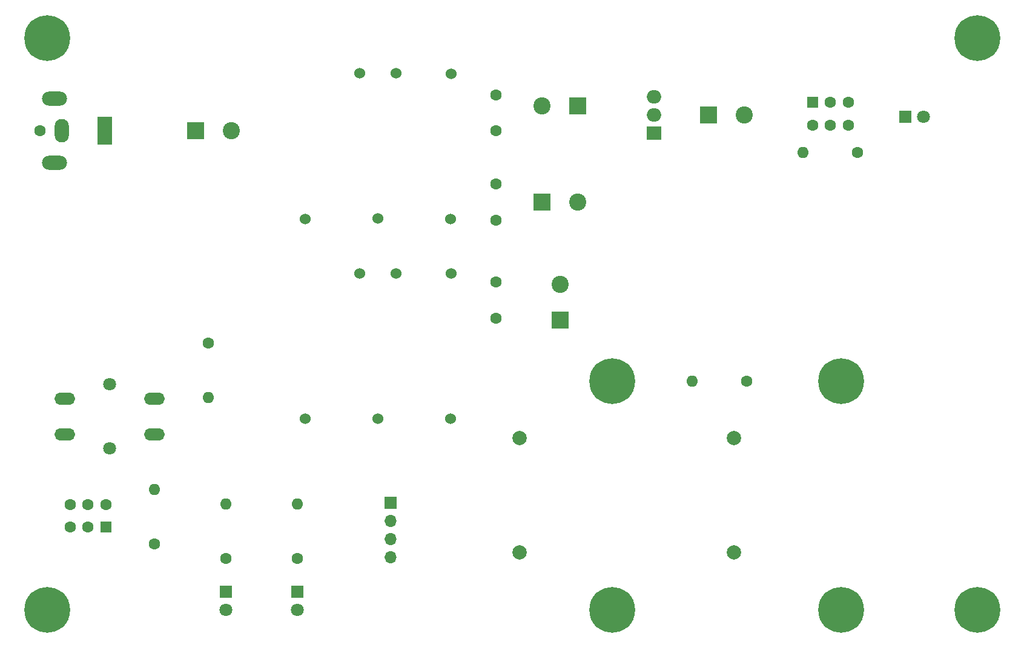
<source format=gbr>
%TF.GenerationSoftware,KiCad,Pcbnew,8.0.5-8.0.5-0~ubuntu22.04.1*%
%TF.CreationDate,2024-10-01T20:56:39-07:00*%
%TF.ProjectId,itla_driver_board_pcb,69746c61-5f64-4726-9976-65725f626f61,rev?*%
%TF.SameCoordinates,Original*%
%TF.FileFunction,Soldermask,Bot*%
%TF.FilePolarity,Negative*%
%FSLAX46Y46*%
G04 Gerber Fmt 4.6, Leading zero omitted, Abs format (unit mm)*
G04 Created by KiCad (PCBNEW 8.0.5-8.0.5-0~ubuntu22.04.1) date 2024-10-01 20:56:39*
%MOMM*%
%LPD*%
G01*
G04 APERTURE LIST*
%ADD10C,1.524000*%
%ADD11C,1.600000*%
%ADD12O,1.600000X1.600000*%
%ADD13R,1.800000X1.800000*%
%ADD14C,1.800000*%
%ADD15R,2.000000X1.905000*%
%ADD16O,2.000000X1.905000*%
%ADD17R,1.600000X1.600000*%
%ADD18R,1.700000X1.700000*%
%ADD19O,1.700000X1.700000*%
%ADD20R,2.400000X2.400000*%
%ADD21C,2.400000*%
%ADD22C,6.400000*%
%ADD23R,2.000000X4.000000*%
%ADD24O,2.000000X3.300000*%
%ADD25O,3.500000X2.000000*%
%ADD26O,2.900000X1.700000*%
%ADD27C,2.000000*%
G04 APERTURE END LIST*
D10*
%TO.C,U3*%
X48700000Y-37940000D03*
X53740000Y-37940000D03*
X41080000Y-58300000D03*
X51240000Y-58260000D03*
X61400000Y-58300000D03*
X61440000Y-37980000D03*
%TD*%
%TO.C,U1*%
X48700000Y-9940000D03*
X53740000Y-9940000D03*
X41080000Y-30300000D03*
X51240000Y-30260000D03*
X61400000Y-30300000D03*
X61440000Y-9980000D03*
%TD*%
D11*
%TO.C,R1*%
X118310000Y-21000000D03*
D12*
X110690000Y-21000000D03*
%TD*%
D13*
%TO.C,D3*%
X125000000Y-16000000D03*
D14*
X127540000Y-16000000D03*
%TD*%
D15*
%TO.C,U4*%
X89800000Y-18320000D03*
D16*
X89800000Y-15780000D03*
X89800000Y-13240000D03*
%TD*%
D17*
%TO.C,SW3*%
X112000000Y-14000000D03*
D11*
X114500000Y-14000000D03*
X117000000Y-14000000D03*
X112000000Y-17200000D03*
X114500000Y-17200000D03*
X117000000Y-17200000D03*
%TD*%
D18*
%TO.C,J3*%
X53000000Y-70000000D03*
D19*
X53000000Y-72540000D03*
X53000000Y-75080000D03*
X53000000Y-77620000D03*
%TD*%
D20*
%TO.C,C8*%
X97420000Y-15780000D03*
D21*
X102420000Y-15780000D03*
%TD*%
D11*
%TO.C,R3*%
X40000000Y-77810000D03*
D12*
X40000000Y-70190000D03*
%TD*%
D13*
%TO.C,D1*%
X30000000Y-82460000D03*
D14*
X30000000Y-85000000D03*
%TD*%
D11*
%TO.C,R4*%
X20000000Y-75810000D03*
D12*
X20000000Y-68190000D03*
%TD*%
D22*
%TO.C,H4*%
X135000000Y-5000000D03*
%TD*%
D11*
%TO.C,C5*%
X67700000Y-12960000D03*
X67700000Y-17960000D03*
%TD*%
D22*
%TO.C,H1*%
X5000000Y-5000000D03*
%TD*%
D11*
%TO.C,R5*%
X27500000Y-47690000D03*
D12*
X27500000Y-55310000D03*
%TD*%
D20*
%TO.C,C1*%
X25700000Y-17960000D03*
D21*
X30700000Y-17960000D03*
%TD*%
D11*
%TO.C,J2*%
X4000000Y-17960000D03*
D23*
X13000000Y-17960000D03*
D24*
X7000000Y-17960000D03*
D25*
X6000000Y-13460000D03*
X6000000Y-22460000D03*
%TD*%
D11*
%TO.C,C6*%
X67700000Y-44176041D03*
X67700000Y-39176041D03*
%TD*%
%TO.C,R2*%
X30000000Y-77810000D03*
D12*
X30000000Y-70190000D03*
%TD*%
D11*
%TO.C,C4*%
X67700000Y-30460000D03*
X67700000Y-25460000D03*
%TD*%
D20*
%TO.C,C2*%
X74200000Y-27960000D03*
D21*
X79200000Y-27960000D03*
%TD*%
D22*
%TO.C,H2*%
X5000000Y-85000000D03*
%TD*%
D14*
%TO.C,SW2*%
X13700000Y-53460000D03*
X13700000Y-62460000D03*
D26*
X7450000Y-55460000D03*
X19950000Y-55460000D03*
X7450000Y-60460000D03*
X19950000Y-60460000D03*
%TD*%
D11*
%TO.C,R6*%
X102810000Y-53000000D03*
D12*
X95190000Y-53000000D03*
%TD*%
D13*
%TO.C,D2*%
X40000000Y-82460000D03*
D14*
X40000000Y-85000000D03*
%TD*%
D22*
%TO.C,H3*%
X135000000Y-85000000D03*
%TD*%
D20*
%TO.C,C3*%
X79200000Y-14460000D03*
D21*
X74200000Y-14460000D03*
%TD*%
D17*
%TO.C,SW1*%
X13200000Y-73460000D03*
D11*
X10700000Y-73460000D03*
X8200000Y-73460000D03*
X13200000Y-70260000D03*
X10700000Y-70260000D03*
X8200000Y-70260000D03*
%TD*%
D20*
%TO.C,C7*%
X76700000Y-44500000D03*
D21*
X76700000Y-39500000D03*
%TD*%
D22*
%TO.C,H8*%
X116000000Y-85000000D03*
%TD*%
%TO.C,H7*%
X84000000Y-85000000D03*
%TD*%
%TO.C,H5*%
X84000000Y-53000000D03*
%TD*%
%TO.C,H6*%
X116000000Y-53000000D03*
%TD*%
D27*
%TO.C,J4*%
X101000000Y-77000000D03*
X101000000Y-61000000D03*
X71000000Y-77000000D03*
X71000000Y-61000000D03*
%TD*%
M02*

</source>
